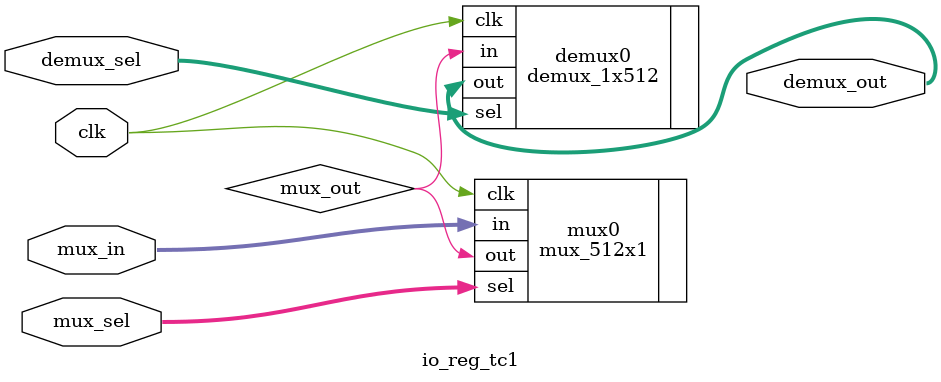
<source format=v>
module io_reg_tc1 (
    mux_in,
    demux_out,
    mux_sel,
    demux_sel,
    clk
);
  input [0:511] mux_in;
  input [8:0] mux_sel;
  input clk;
  input [8:0] demux_sel;
  output [511:0] demux_out;

  mux_512x1 mux0 (
      .in (mux_in),
      .sel(mux_sel),
      .out(mux_out),
      .clk(clk)
  );
  demux_1x512 demux0 (
      .in (mux_out),
      .sel(demux_sel),
      .out(demux_out),
      .clk(clk)
  );

endmodule


</source>
